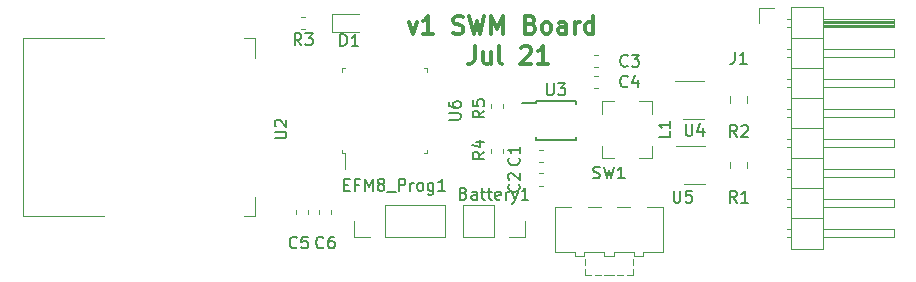
<source format=gbr>
%TF.GenerationSoftware,KiCad,Pcbnew,(5.1.6)-1*%
%TF.CreationDate,2021-08-02T23:36:40+08:00*%
%TF.ProjectId,wireless_measurement_ard,77697265-6c65-4737-935f-6d6561737572,rev?*%
%TF.SameCoordinates,Original*%
%TF.FileFunction,Legend,Top*%
%TF.FilePolarity,Positive*%
%FSLAX46Y46*%
G04 Gerber Fmt 4.6, Leading zero omitted, Abs format (unit mm)*
G04 Created by KiCad (PCBNEW (5.1.6)-1) date 2021-08-02 23:36:40*
%MOMM*%
%LPD*%
G01*
G04 APERTURE LIST*
%ADD10C,0.300000*%
%ADD11C,0.120000*%
%ADD12C,0.150000*%
G04 APERTURE END LIST*
D10*
X144285714Y-76653571D02*
X144642857Y-77653571D01*
X145000000Y-76653571D01*
X146357142Y-77653571D02*
X145500000Y-77653571D01*
X145928571Y-77653571D02*
X145928571Y-76153571D01*
X145785714Y-76367857D01*
X145642857Y-76510714D01*
X145500000Y-76582142D01*
X148071428Y-77582142D02*
X148285714Y-77653571D01*
X148642857Y-77653571D01*
X148785714Y-77582142D01*
X148857142Y-77510714D01*
X148928571Y-77367857D01*
X148928571Y-77225000D01*
X148857142Y-77082142D01*
X148785714Y-77010714D01*
X148642857Y-76939285D01*
X148357142Y-76867857D01*
X148214285Y-76796428D01*
X148142857Y-76725000D01*
X148071428Y-76582142D01*
X148071428Y-76439285D01*
X148142857Y-76296428D01*
X148214285Y-76225000D01*
X148357142Y-76153571D01*
X148714285Y-76153571D01*
X148928571Y-76225000D01*
X149428571Y-76153571D02*
X149785714Y-77653571D01*
X150071428Y-76582142D01*
X150357142Y-77653571D01*
X150714285Y-76153571D01*
X151285714Y-77653571D02*
X151285714Y-76153571D01*
X151785714Y-77225000D01*
X152285714Y-76153571D01*
X152285714Y-77653571D01*
X154642857Y-76867857D02*
X154857142Y-76939285D01*
X154928571Y-77010714D01*
X155000000Y-77153571D01*
X155000000Y-77367857D01*
X154928571Y-77510714D01*
X154857142Y-77582142D01*
X154714285Y-77653571D01*
X154142857Y-77653571D01*
X154142857Y-76153571D01*
X154642857Y-76153571D01*
X154785714Y-76225000D01*
X154857142Y-76296428D01*
X154928571Y-76439285D01*
X154928571Y-76582142D01*
X154857142Y-76725000D01*
X154785714Y-76796428D01*
X154642857Y-76867857D01*
X154142857Y-76867857D01*
X155857142Y-77653571D02*
X155714285Y-77582142D01*
X155642857Y-77510714D01*
X155571428Y-77367857D01*
X155571428Y-76939285D01*
X155642857Y-76796428D01*
X155714285Y-76725000D01*
X155857142Y-76653571D01*
X156071428Y-76653571D01*
X156214285Y-76725000D01*
X156285714Y-76796428D01*
X156357142Y-76939285D01*
X156357142Y-77367857D01*
X156285714Y-77510714D01*
X156214285Y-77582142D01*
X156071428Y-77653571D01*
X155857142Y-77653571D01*
X157642857Y-77653571D02*
X157642857Y-76867857D01*
X157571428Y-76725000D01*
X157428571Y-76653571D01*
X157142857Y-76653571D01*
X157000000Y-76725000D01*
X157642857Y-77582142D02*
X157500000Y-77653571D01*
X157142857Y-77653571D01*
X157000000Y-77582142D01*
X156928571Y-77439285D01*
X156928571Y-77296428D01*
X157000000Y-77153571D01*
X157142857Y-77082142D01*
X157500000Y-77082142D01*
X157642857Y-77010714D01*
X158357142Y-77653571D02*
X158357142Y-76653571D01*
X158357142Y-76939285D02*
X158428571Y-76796428D01*
X158500000Y-76725000D01*
X158642857Y-76653571D01*
X158785714Y-76653571D01*
X159928571Y-77653571D02*
X159928571Y-76153571D01*
X159928571Y-77582142D02*
X159785714Y-77653571D01*
X159500000Y-77653571D01*
X159357142Y-77582142D01*
X159285714Y-77510714D01*
X159214285Y-77367857D01*
X159214285Y-76939285D01*
X159285714Y-76796428D01*
X159357142Y-76725000D01*
X159500000Y-76653571D01*
X159785714Y-76653571D01*
X159928571Y-76725000D01*
X149892857Y-78703571D02*
X149892857Y-79775000D01*
X149821428Y-79989285D01*
X149678571Y-80132142D01*
X149464285Y-80203571D01*
X149321428Y-80203571D01*
X151250000Y-79203571D02*
X151250000Y-80203571D01*
X150607142Y-79203571D02*
X150607142Y-79989285D01*
X150678571Y-80132142D01*
X150821428Y-80203571D01*
X151035714Y-80203571D01*
X151178571Y-80132142D01*
X151250000Y-80060714D01*
X152178571Y-80203571D02*
X152035714Y-80132142D01*
X151964285Y-79989285D01*
X151964285Y-78703571D01*
X153821428Y-78846428D02*
X153892857Y-78775000D01*
X154035714Y-78703571D01*
X154392857Y-78703571D01*
X154535714Y-78775000D01*
X154607142Y-78846428D01*
X154678571Y-78989285D01*
X154678571Y-79132142D01*
X154607142Y-79346428D01*
X153750000Y-80203571D01*
X154678571Y-80203571D01*
X156107142Y-80203571D02*
X155250000Y-80203571D01*
X155678571Y-80203571D02*
X155678571Y-78703571D01*
X155535714Y-78917857D01*
X155392857Y-79060714D01*
X155250000Y-79132142D01*
D11*
%TO.C,SW1*%
X164450000Y-92350000D02*
X165850000Y-92350000D01*
X165850000Y-92350000D02*
X165850000Y-96150000D01*
X156650000Y-96150000D02*
X156650000Y-92350000D01*
X156650000Y-92350000D02*
X158050000Y-92350000D01*
X163050000Y-92350000D02*
X161950000Y-92350000D01*
X161950000Y-92350000D02*
X161950000Y-92350000D01*
X160550000Y-92350000D02*
X159450000Y-92350000D01*
X159450000Y-92350000D02*
X159450000Y-92350000D01*
X165850000Y-96150000D02*
X164150000Y-96150000D01*
X164150000Y-96150000D02*
X164150000Y-96450000D01*
X164150000Y-96450000D02*
X163350000Y-96450000D01*
X163350000Y-96450000D02*
X163350000Y-96150000D01*
X163350000Y-96150000D02*
X161650000Y-96150000D01*
X161650000Y-96150000D02*
X161650000Y-96450000D01*
X161650000Y-96450000D02*
X160850000Y-96450000D01*
X160850000Y-96450000D02*
X160850000Y-96150000D01*
X160850000Y-96150000D02*
X159150000Y-96150000D01*
X159150000Y-96150000D02*
X159150000Y-96450000D01*
X159150000Y-96450000D02*
X158350000Y-96450000D01*
X158350000Y-96450000D02*
X158350000Y-96150000D01*
X158350000Y-96150000D02*
X156650000Y-96150000D01*
X156650000Y-96150000D02*
X156650000Y-96150000D01*
X159250000Y-98050000D02*
X159250000Y-97550000D01*
X159250000Y-97550000D02*
X159250000Y-97550000D01*
X159250000Y-98050000D02*
X159750000Y-98050000D01*
X159750000Y-98050000D02*
X159750000Y-98050000D01*
X163250000Y-98050000D02*
X162750000Y-98050000D01*
X162750000Y-98050000D02*
X162750000Y-98050000D01*
X163250000Y-98050000D02*
X163250000Y-97550000D01*
X163250000Y-97550000D02*
X163250000Y-97550000D01*
X163250000Y-97250000D02*
X163250000Y-96750000D01*
X163250000Y-96750000D02*
X163250000Y-96750000D01*
X159250000Y-97250000D02*
X159250000Y-96750000D01*
X159250000Y-96750000D02*
X159250000Y-96750000D01*
X160050000Y-98050000D02*
X160550000Y-98050000D01*
X160550000Y-98050000D02*
X160550000Y-98050000D01*
X162450000Y-98050000D02*
X161950000Y-98050000D01*
X161950000Y-98050000D02*
X161950000Y-98050000D01*
X161650000Y-98050000D02*
X160850000Y-98050000D01*
X160850000Y-98050000D02*
X160850000Y-98050000D01*
D12*
%TO.C,U3*%
X155075000Y-83325000D02*
X155075000Y-83550000D01*
X158425000Y-83325000D02*
X158425000Y-83625000D01*
X158425000Y-86675000D02*
X158425000Y-86375000D01*
X155075000Y-86675000D02*
X155075000Y-86375000D01*
X155075000Y-83325000D02*
X158425000Y-83325000D01*
X155075000Y-86675000D02*
X158425000Y-86675000D01*
X155075000Y-83550000D02*
X153850000Y-83550000D01*
D11*
%TO.C,EFM8_Prog1*%
X147410000Y-94830000D02*
X147410000Y-92170000D01*
X142270000Y-94830000D02*
X147410000Y-94830000D01*
X142270000Y-92170000D02*
X147410000Y-92170000D01*
X142270000Y-94830000D02*
X142270000Y-92170000D01*
X141000000Y-94830000D02*
X139670000Y-94830000D01*
X139670000Y-94830000D02*
X139670000Y-93500000D01*
%TO.C,U6*%
X145860000Y-80865000D02*
X145860000Y-80565000D01*
X145860000Y-80565000D02*
X145560000Y-80565000D01*
X145860000Y-87485000D02*
X145860000Y-87785000D01*
X145860000Y-87785000D02*
X145560000Y-87785000D01*
X138640000Y-80865000D02*
X138640000Y-80565000D01*
X138640000Y-80565000D02*
X138940000Y-80565000D01*
X138640000Y-87485000D02*
X138640000Y-87785000D01*
X138640000Y-87785000D02*
X138940000Y-87785000D01*
X138940000Y-87785000D02*
X138940000Y-89100000D01*
%TO.C,C6*%
X137760000Y-92578733D02*
X137760000Y-92921267D01*
X136740000Y-92578733D02*
X136740000Y-92921267D01*
%TO.C,C5*%
X135760000Y-92578733D02*
X135760000Y-92921267D01*
X134740000Y-92578733D02*
X134740000Y-92921267D01*
%TO.C,R5*%
X152260000Y-83578733D02*
X152260000Y-83921267D01*
X151240000Y-83578733D02*
X151240000Y-83921267D01*
%TO.C,R4*%
X152260000Y-87453733D02*
X152260000Y-87796267D01*
X151240000Y-87453733D02*
X151240000Y-87796267D01*
%TO.C,L1*%
X164860000Y-83390000D02*
X163835000Y-83390000D01*
X164860000Y-83390000D02*
X164860000Y-84415000D01*
X164860000Y-88160000D02*
X164860000Y-87135000D01*
X164860000Y-88160000D02*
X163835000Y-88160000D01*
X160640000Y-88160000D02*
X161665000Y-88160000D01*
X160640000Y-83390000D02*
X161665000Y-83390000D01*
X160640000Y-88160000D02*
X160640000Y-87135000D01*
X160640000Y-83390000D02*
X160640000Y-84415000D01*
%TO.C,J1*%
X176690000Y-75420000D02*
X176690000Y-95860000D01*
X176690000Y-95860000D02*
X179350000Y-95860000D01*
X179350000Y-95860000D02*
X179350000Y-75420000D01*
X179350000Y-75420000D02*
X176690000Y-75420000D01*
X179350000Y-76370000D02*
X185350000Y-76370000D01*
X185350000Y-76370000D02*
X185350000Y-77130000D01*
X185350000Y-77130000D02*
X179350000Y-77130000D01*
X179350000Y-76430000D02*
X185350000Y-76430000D01*
X179350000Y-76550000D02*
X185350000Y-76550000D01*
X179350000Y-76670000D02*
X185350000Y-76670000D01*
X179350000Y-76790000D02*
X185350000Y-76790000D01*
X179350000Y-76910000D02*
X185350000Y-76910000D01*
X179350000Y-77030000D02*
X185350000Y-77030000D01*
X176360000Y-76370000D02*
X176690000Y-76370000D01*
X176360000Y-77130000D02*
X176690000Y-77130000D01*
X176690000Y-78020000D02*
X179350000Y-78020000D01*
X179350000Y-78910000D02*
X185350000Y-78910000D01*
X185350000Y-78910000D02*
X185350000Y-79670000D01*
X185350000Y-79670000D02*
X179350000Y-79670000D01*
X176292929Y-78910000D02*
X176690000Y-78910000D01*
X176292929Y-79670000D02*
X176690000Y-79670000D01*
X176690000Y-80560000D02*
X179350000Y-80560000D01*
X179350000Y-81450000D02*
X185350000Y-81450000D01*
X185350000Y-81450000D02*
X185350000Y-82210000D01*
X185350000Y-82210000D02*
X179350000Y-82210000D01*
X176292929Y-81450000D02*
X176690000Y-81450000D01*
X176292929Y-82210000D02*
X176690000Y-82210000D01*
X176690000Y-83100000D02*
X179350000Y-83100000D01*
X179350000Y-83990000D02*
X185350000Y-83990000D01*
X185350000Y-83990000D02*
X185350000Y-84750000D01*
X185350000Y-84750000D02*
X179350000Y-84750000D01*
X176292929Y-83990000D02*
X176690000Y-83990000D01*
X176292929Y-84750000D02*
X176690000Y-84750000D01*
X176690000Y-85640000D02*
X179350000Y-85640000D01*
X179350000Y-86530000D02*
X185350000Y-86530000D01*
X185350000Y-86530000D02*
X185350000Y-87290000D01*
X185350000Y-87290000D02*
X179350000Y-87290000D01*
X176292929Y-86530000D02*
X176690000Y-86530000D01*
X176292929Y-87290000D02*
X176690000Y-87290000D01*
X176690000Y-88180000D02*
X179350000Y-88180000D01*
X179350000Y-89070000D02*
X185350000Y-89070000D01*
X185350000Y-89070000D02*
X185350000Y-89830000D01*
X185350000Y-89830000D02*
X179350000Y-89830000D01*
X176292929Y-89070000D02*
X176690000Y-89070000D01*
X176292929Y-89830000D02*
X176690000Y-89830000D01*
X176690000Y-90720000D02*
X179350000Y-90720000D01*
X179350000Y-91610000D02*
X185350000Y-91610000D01*
X185350000Y-91610000D02*
X185350000Y-92370000D01*
X185350000Y-92370000D02*
X179350000Y-92370000D01*
X176292929Y-91610000D02*
X176690000Y-91610000D01*
X176292929Y-92370000D02*
X176690000Y-92370000D01*
X176690000Y-93260000D02*
X179350000Y-93260000D01*
X179350000Y-94150000D02*
X185350000Y-94150000D01*
X185350000Y-94150000D02*
X185350000Y-94910000D01*
X185350000Y-94910000D02*
X179350000Y-94910000D01*
X176292929Y-94150000D02*
X176690000Y-94150000D01*
X176292929Y-94910000D02*
X176690000Y-94910000D01*
X173980000Y-76750000D02*
X173980000Y-75480000D01*
X173980000Y-75480000D02*
X175250000Y-75480000D01*
%TO.C,C3*%
X160296267Y-80510000D02*
X159953733Y-80510000D01*
X160296267Y-79490000D02*
X159953733Y-79490000D01*
%TO.C,C2*%
X155328733Y-89490000D02*
X155671267Y-89490000D01*
X155328733Y-90510000D02*
X155671267Y-90510000D01*
%TO.C,Battery1*%
X151520000Y-92170000D02*
X151520000Y-94830000D01*
X151520000Y-92170000D02*
X148920000Y-92170000D01*
X148920000Y-92170000D02*
X148920000Y-94830000D01*
X151520000Y-94830000D02*
X148920000Y-94830000D01*
X154120000Y-94830000D02*
X152790000Y-94830000D01*
X154120000Y-93500000D02*
X154120000Y-94830000D01*
%TO.C,C4*%
X160296267Y-82260000D02*
X159953733Y-82260000D01*
X160296267Y-81240000D02*
X159953733Y-81240000D01*
%TO.C,C1*%
X155328733Y-87490000D02*
X155671267Y-87490000D01*
X155328733Y-88510000D02*
X155671267Y-88510000D01*
%TO.C,U5*%
X167600000Y-90360000D02*
X169400000Y-90360000D01*
X169400000Y-87140000D02*
X166950000Y-87140000D01*
%TO.C,U4*%
X167500000Y-84910000D02*
X169300000Y-84910000D01*
X169300000Y-81690000D02*
X166850000Y-81690000D01*
%TO.C,U2*%
X131322800Y-78042600D02*
X130362800Y-78042600D01*
X131322800Y-79672600D02*
X131322800Y-78042600D01*
X131322800Y-93102600D02*
X131322800Y-91472600D01*
X130362800Y-93102600D02*
X131322800Y-93102600D01*
X111602800Y-78042600D02*
X118462800Y-78042600D01*
X111602800Y-93102600D02*
X111602800Y-78042600D01*
X118462800Y-93102600D02*
X111602800Y-93102600D01*
%TO.C,R2*%
X172960000Y-82963748D02*
X172960000Y-83486252D01*
X171540000Y-82963748D02*
X171540000Y-83486252D01*
%TO.C,R1*%
X172960000Y-88488748D02*
X172960000Y-89011252D01*
X171540000Y-88488748D02*
X171540000Y-89011252D01*
%TO.C,D1*%
X140087500Y-76015000D02*
X137802500Y-76015000D01*
X137802500Y-76015000D02*
X137802500Y-77485000D01*
X137802500Y-77485000D02*
X140087500Y-77485000D01*
%TO.C,R3*%
X135546267Y-77260000D02*
X135203733Y-77260000D01*
X135546267Y-76240000D02*
X135203733Y-76240000D01*
%TO.C,SW1*%
D12*
X159916666Y-89854761D02*
X160059523Y-89902380D01*
X160297619Y-89902380D01*
X160392857Y-89854761D01*
X160440476Y-89807142D01*
X160488095Y-89711904D01*
X160488095Y-89616666D01*
X160440476Y-89521428D01*
X160392857Y-89473809D01*
X160297619Y-89426190D01*
X160107142Y-89378571D01*
X160011904Y-89330952D01*
X159964285Y-89283333D01*
X159916666Y-89188095D01*
X159916666Y-89092857D01*
X159964285Y-88997619D01*
X160011904Y-88950000D01*
X160107142Y-88902380D01*
X160345238Y-88902380D01*
X160488095Y-88950000D01*
X160821428Y-88902380D02*
X161059523Y-89902380D01*
X161250000Y-89188095D01*
X161440476Y-89902380D01*
X161678571Y-88902380D01*
X162583333Y-89902380D02*
X162011904Y-89902380D01*
X162297619Y-89902380D02*
X162297619Y-88902380D01*
X162202380Y-89045238D01*
X162107142Y-89140476D01*
X162011904Y-89188095D01*
%TO.C,U3*%
X155988095Y-81852380D02*
X155988095Y-82661904D01*
X156035714Y-82757142D01*
X156083333Y-82804761D01*
X156178571Y-82852380D01*
X156369047Y-82852380D01*
X156464285Y-82804761D01*
X156511904Y-82757142D01*
X156559523Y-82661904D01*
X156559523Y-81852380D01*
X156940476Y-81852380D02*
X157559523Y-81852380D01*
X157226190Y-82233333D01*
X157369047Y-82233333D01*
X157464285Y-82280952D01*
X157511904Y-82328571D01*
X157559523Y-82423809D01*
X157559523Y-82661904D01*
X157511904Y-82757142D01*
X157464285Y-82804761D01*
X157369047Y-82852380D01*
X157083333Y-82852380D01*
X156988095Y-82804761D01*
X156940476Y-82757142D01*
%TO.C,EFM8_Prog1*%
X138818095Y-90428571D02*
X139151428Y-90428571D01*
X139294285Y-90952380D02*
X138818095Y-90952380D01*
X138818095Y-89952380D01*
X139294285Y-89952380D01*
X140056190Y-90428571D02*
X139722857Y-90428571D01*
X139722857Y-90952380D02*
X139722857Y-89952380D01*
X140199047Y-89952380D01*
X140580000Y-90952380D02*
X140580000Y-89952380D01*
X140913333Y-90666666D01*
X141246666Y-89952380D01*
X141246666Y-90952380D01*
X141865714Y-90380952D02*
X141770476Y-90333333D01*
X141722857Y-90285714D01*
X141675238Y-90190476D01*
X141675238Y-90142857D01*
X141722857Y-90047619D01*
X141770476Y-90000000D01*
X141865714Y-89952380D01*
X142056190Y-89952380D01*
X142151428Y-90000000D01*
X142199047Y-90047619D01*
X142246666Y-90142857D01*
X142246666Y-90190476D01*
X142199047Y-90285714D01*
X142151428Y-90333333D01*
X142056190Y-90380952D01*
X141865714Y-90380952D01*
X141770476Y-90428571D01*
X141722857Y-90476190D01*
X141675238Y-90571428D01*
X141675238Y-90761904D01*
X141722857Y-90857142D01*
X141770476Y-90904761D01*
X141865714Y-90952380D01*
X142056190Y-90952380D01*
X142151428Y-90904761D01*
X142199047Y-90857142D01*
X142246666Y-90761904D01*
X142246666Y-90571428D01*
X142199047Y-90476190D01*
X142151428Y-90428571D01*
X142056190Y-90380952D01*
X142437142Y-91047619D02*
X143199047Y-91047619D01*
X143437142Y-90952380D02*
X143437142Y-89952380D01*
X143818095Y-89952380D01*
X143913333Y-90000000D01*
X143960952Y-90047619D01*
X144008571Y-90142857D01*
X144008571Y-90285714D01*
X143960952Y-90380952D01*
X143913333Y-90428571D01*
X143818095Y-90476190D01*
X143437142Y-90476190D01*
X144437142Y-90952380D02*
X144437142Y-90285714D01*
X144437142Y-90476190D02*
X144484761Y-90380952D01*
X144532380Y-90333333D01*
X144627619Y-90285714D01*
X144722857Y-90285714D01*
X145199047Y-90952380D02*
X145103809Y-90904761D01*
X145056190Y-90857142D01*
X145008571Y-90761904D01*
X145008571Y-90476190D01*
X145056190Y-90380952D01*
X145103809Y-90333333D01*
X145199047Y-90285714D01*
X145341904Y-90285714D01*
X145437142Y-90333333D01*
X145484761Y-90380952D01*
X145532380Y-90476190D01*
X145532380Y-90761904D01*
X145484761Y-90857142D01*
X145437142Y-90904761D01*
X145341904Y-90952380D01*
X145199047Y-90952380D01*
X146389523Y-90285714D02*
X146389523Y-91095238D01*
X146341904Y-91190476D01*
X146294285Y-91238095D01*
X146199047Y-91285714D01*
X146056190Y-91285714D01*
X145960952Y-91238095D01*
X146389523Y-90904761D02*
X146294285Y-90952380D01*
X146103809Y-90952380D01*
X146008571Y-90904761D01*
X145960952Y-90857142D01*
X145913333Y-90761904D01*
X145913333Y-90476190D01*
X145960952Y-90380952D01*
X146008571Y-90333333D01*
X146103809Y-90285714D01*
X146294285Y-90285714D01*
X146389523Y-90333333D01*
X147389523Y-90952380D02*
X146818095Y-90952380D01*
X147103809Y-90952380D02*
X147103809Y-89952380D01*
X147008571Y-90095238D01*
X146913333Y-90190476D01*
X146818095Y-90238095D01*
%TO.C,U6*%
X147702380Y-84936904D02*
X148511904Y-84936904D01*
X148607142Y-84889285D01*
X148654761Y-84841666D01*
X148702380Y-84746428D01*
X148702380Y-84555952D01*
X148654761Y-84460714D01*
X148607142Y-84413095D01*
X148511904Y-84365476D01*
X147702380Y-84365476D01*
X147702380Y-83460714D02*
X147702380Y-83651190D01*
X147750000Y-83746428D01*
X147797619Y-83794047D01*
X147940476Y-83889285D01*
X148130952Y-83936904D01*
X148511904Y-83936904D01*
X148607142Y-83889285D01*
X148654761Y-83841666D01*
X148702380Y-83746428D01*
X148702380Y-83555952D01*
X148654761Y-83460714D01*
X148607142Y-83413095D01*
X148511904Y-83365476D01*
X148273809Y-83365476D01*
X148178571Y-83413095D01*
X148130952Y-83460714D01*
X148083333Y-83555952D01*
X148083333Y-83746428D01*
X148130952Y-83841666D01*
X148178571Y-83889285D01*
X148273809Y-83936904D01*
%TO.C,C6*%
X137083333Y-95732142D02*
X137035714Y-95779761D01*
X136892857Y-95827380D01*
X136797619Y-95827380D01*
X136654761Y-95779761D01*
X136559523Y-95684523D01*
X136511904Y-95589285D01*
X136464285Y-95398809D01*
X136464285Y-95255952D01*
X136511904Y-95065476D01*
X136559523Y-94970238D01*
X136654761Y-94875000D01*
X136797619Y-94827380D01*
X136892857Y-94827380D01*
X137035714Y-94875000D01*
X137083333Y-94922619D01*
X137940476Y-94827380D02*
X137750000Y-94827380D01*
X137654761Y-94875000D01*
X137607142Y-94922619D01*
X137511904Y-95065476D01*
X137464285Y-95255952D01*
X137464285Y-95636904D01*
X137511904Y-95732142D01*
X137559523Y-95779761D01*
X137654761Y-95827380D01*
X137845238Y-95827380D01*
X137940476Y-95779761D01*
X137988095Y-95732142D01*
X138035714Y-95636904D01*
X138035714Y-95398809D01*
X137988095Y-95303571D01*
X137940476Y-95255952D01*
X137845238Y-95208333D01*
X137654761Y-95208333D01*
X137559523Y-95255952D01*
X137511904Y-95303571D01*
X137464285Y-95398809D01*
%TO.C,C5*%
X134833333Y-95732142D02*
X134785714Y-95779761D01*
X134642857Y-95827380D01*
X134547619Y-95827380D01*
X134404761Y-95779761D01*
X134309523Y-95684523D01*
X134261904Y-95589285D01*
X134214285Y-95398809D01*
X134214285Y-95255952D01*
X134261904Y-95065476D01*
X134309523Y-94970238D01*
X134404761Y-94875000D01*
X134547619Y-94827380D01*
X134642857Y-94827380D01*
X134785714Y-94875000D01*
X134833333Y-94922619D01*
X135738095Y-94827380D02*
X135261904Y-94827380D01*
X135214285Y-95303571D01*
X135261904Y-95255952D01*
X135357142Y-95208333D01*
X135595238Y-95208333D01*
X135690476Y-95255952D01*
X135738095Y-95303571D01*
X135785714Y-95398809D01*
X135785714Y-95636904D01*
X135738095Y-95732142D01*
X135690476Y-95779761D01*
X135595238Y-95827380D01*
X135357142Y-95827380D01*
X135261904Y-95779761D01*
X135214285Y-95732142D01*
%TO.C,R5*%
X150702380Y-84166666D02*
X150226190Y-84500000D01*
X150702380Y-84738095D02*
X149702380Y-84738095D01*
X149702380Y-84357142D01*
X149750000Y-84261904D01*
X149797619Y-84214285D01*
X149892857Y-84166666D01*
X150035714Y-84166666D01*
X150130952Y-84214285D01*
X150178571Y-84261904D01*
X150226190Y-84357142D01*
X150226190Y-84738095D01*
X149702380Y-83261904D02*
X149702380Y-83738095D01*
X150178571Y-83785714D01*
X150130952Y-83738095D01*
X150083333Y-83642857D01*
X150083333Y-83404761D01*
X150130952Y-83309523D01*
X150178571Y-83261904D01*
X150273809Y-83214285D01*
X150511904Y-83214285D01*
X150607142Y-83261904D01*
X150654761Y-83309523D01*
X150702380Y-83404761D01*
X150702380Y-83642857D01*
X150654761Y-83738095D01*
X150607142Y-83785714D01*
%TO.C,R4*%
X150702380Y-87666666D02*
X150226190Y-88000000D01*
X150702380Y-88238095D02*
X149702380Y-88238095D01*
X149702380Y-87857142D01*
X149750000Y-87761904D01*
X149797619Y-87714285D01*
X149892857Y-87666666D01*
X150035714Y-87666666D01*
X150130952Y-87714285D01*
X150178571Y-87761904D01*
X150226190Y-87857142D01*
X150226190Y-88238095D01*
X150035714Y-86809523D02*
X150702380Y-86809523D01*
X149654761Y-87047619D02*
X150369047Y-87285714D01*
X150369047Y-86666666D01*
%TO.C,L1*%
X166452380Y-85916666D02*
X166452380Y-86392857D01*
X165452380Y-86392857D01*
X166452380Y-85059523D02*
X166452380Y-85630952D01*
X166452380Y-85345238D02*
X165452380Y-85345238D01*
X165595238Y-85440476D01*
X165690476Y-85535714D01*
X165738095Y-85630952D01*
%TO.C,J1*%
X171916666Y-79202380D02*
X171916666Y-79916666D01*
X171869047Y-80059523D01*
X171773809Y-80154761D01*
X171630952Y-80202380D01*
X171535714Y-80202380D01*
X172916666Y-80202380D02*
X172345238Y-80202380D01*
X172630952Y-80202380D02*
X172630952Y-79202380D01*
X172535714Y-79345238D01*
X172440476Y-79440476D01*
X172345238Y-79488095D01*
%TO.C,C3*%
X162833333Y-80357142D02*
X162785714Y-80404761D01*
X162642857Y-80452380D01*
X162547619Y-80452380D01*
X162404761Y-80404761D01*
X162309523Y-80309523D01*
X162261904Y-80214285D01*
X162214285Y-80023809D01*
X162214285Y-79880952D01*
X162261904Y-79690476D01*
X162309523Y-79595238D01*
X162404761Y-79500000D01*
X162547619Y-79452380D01*
X162642857Y-79452380D01*
X162785714Y-79500000D01*
X162833333Y-79547619D01*
X163166666Y-79452380D02*
X163785714Y-79452380D01*
X163452380Y-79833333D01*
X163595238Y-79833333D01*
X163690476Y-79880952D01*
X163738095Y-79928571D01*
X163785714Y-80023809D01*
X163785714Y-80261904D01*
X163738095Y-80357142D01*
X163690476Y-80404761D01*
X163595238Y-80452380D01*
X163309523Y-80452380D01*
X163214285Y-80404761D01*
X163166666Y-80357142D01*
%TO.C,C2*%
X153607142Y-90416666D02*
X153654761Y-90464285D01*
X153702380Y-90607142D01*
X153702380Y-90702380D01*
X153654761Y-90845238D01*
X153559523Y-90940476D01*
X153464285Y-90988095D01*
X153273809Y-91035714D01*
X153130952Y-91035714D01*
X152940476Y-90988095D01*
X152845238Y-90940476D01*
X152750000Y-90845238D01*
X152702380Y-90702380D01*
X152702380Y-90607142D01*
X152750000Y-90464285D01*
X152797619Y-90416666D01*
X152797619Y-90035714D02*
X152750000Y-89988095D01*
X152702380Y-89892857D01*
X152702380Y-89654761D01*
X152750000Y-89559523D01*
X152797619Y-89511904D01*
X152892857Y-89464285D01*
X152988095Y-89464285D01*
X153130952Y-89511904D01*
X153702380Y-90083333D01*
X153702380Y-89464285D01*
%TO.C,Battery1*%
X148952380Y-91178571D02*
X149095238Y-91226190D01*
X149142857Y-91273809D01*
X149190476Y-91369047D01*
X149190476Y-91511904D01*
X149142857Y-91607142D01*
X149095238Y-91654761D01*
X149000000Y-91702380D01*
X148619047Y-91702380D01*
X148619047Y-90702380D01*
X148952380Y-90702380D01*
X149047619Y-90750000D01*
X149095238Y-90797619D01*
X149142857Y-90892857D01*
X149142857Y-90988095D01*
X149095238Y-91083333D01*
X149047619Y-91130952D01*
X148952380Y-91178571D01*
X148619047Y-91178571D01*
X150047619Y-91702380D02*
X150047619Y-91178571D01*
X150000000Y-91083333D01*
X149904761Y-91035714D01*
X149714285Y-91035714D01*
X149619047Y-91083333D01*
X150047619Y-91654761D02*
X149952380Y-91702380D01*
X149714285Y-91702380D01*
X149619047Y-91654761D01*
X149571428Y-91559523D01*
X149571428Y-91464285D01*
X149619047Y-91369047D01*
X149714285Y-91321428D01*
X149952380Y-91321428D01*
X150047619Y-91273809D01*
X150380952Y-91035714D02*
X150761904Y-91035714D01*
X150523809Y-90702380D02*
X150523809Y-91559523D01*
X150571428Y-91654761D01*
X150666666Y-91702380D01*
X150761904Y-91702380D01*
X150952380Y-91035714D02*
X151333333Y-91035714D01*
X151095238Y-90702380D02*
X151095238Y-91559523D01*
X151142857Y-91654761D01*
X151238095Y-91702380D01*
X151333333Y-91702380D01*
X152047619Y-91654761D02*
X151952380Y-91702380D01*
X151761904Y-91702380D01*
X151666666Y-91654761D01*
X151619047Y-91559523D01*
X151619047Y-91178571D01*
X151666666Y-91083333D01*
X151761904Y-91035714D01*
X151952380Y-91035714D01*
X152047619Y-91083333D01*
X152095238Y-91178571D01*
X152095238Y-91273809D01*
X151619047Y-91369047D01*
X152523809Y-91702380D02*
X152523809Y-91035714D01*
X152523809Y-91226190D02*
X152571428Y-91130952D01*
X152619047Y-91083333D01*
X152714285Y-91035714D01*
X152809523Y-91035714D01*
X153047619Y-91035714D02*
X153285714Y-91702380D01*
X153523809Y-91035714D02*
X153285714Y-91702380D01*
X153190476Y-91940476D01*
X153142857Y-91988095D01*
X153047619Y-92035714D01*
X154428571Y-91702380D02*
X153857142Y-91702380D01*
X154142857Y-91702380D02*
X154142857Y-90702380D01*
X154047619Y-90845238D01*
X153952380Y-90940476D01*
X153857142Y-90988095D01*
%TO.C,C4*%
X162833333Y-82107142D02*
X162785714Y-82154761D01*
X162642857Y-82202380D01*
X162547619Y-82202380D01*
X162404761Y-82154761D01*
X162309523Y-82059523D01*
X162261904Y-81964285D01*
X162214285Y-81773809D01*
X162214285Y-81630952D01*
X162261904Y-81440476D01*
X162309523Y-81345238D01*
X162404761Y-81250000D01*
X162547619Y-81202380D01*
X162642857Y-81202380D01*
X162785714Y-81250000D01*
X162833333Y-81297619D01*
X163690476Y-81535714D02*
X163690476Y-82202380D01*
X163452380Y-81154761D02*
X163214285Y-81869047D01*
X163833333Y-81869047D01*
%TO.C,C1*%
X153607142Y-88166666D02*
X153654761Y-88214285D01*
X153702380Y-88357142D01*
X153702380Y-88452380D01*
X153654761Y-88595238D01*
X153559523Y-88690476D01*
X153464285Y-88738095D01*
X153273809Y-88785714D01*
X153130952Y-88785714D01*
X152940476Y-88738095D01*
X152845238Y-88690476D01*
X152750000Y-88595238D01*
X152702380Y-88452380D01*
X152702380Y-88357142D01*
X152750000Y-88214285D01*
X152797619Y-88166666D01*
X153702380Y-87214285D02*
X153702380Y-87785714D01*
X153702380Y-87500000D02*
X152702380Y-87500000D01*
X152845238Y-87595238D01*
X152940476Y-87690476D01*
X152988095Y-87785714D01*
%TO.C,U5*%
X166738095Y-90952380D02*
X166738095Y-91761904D01*
X166785714Y-91857142D01*
X166833333Y-91904761D01*
X166928571Y-91952380D01*
X167119047Y-91952380D01*
X167214285Y-91904761D01*
X167261904Y-91857142D01*
X167309523Y-91761904D01*
X167309523Y-90952380D01*
X168261904Y-90952380D02*
X167785714Y-90952380D01*
X167738095Y-91428571D01*
X167785714Y-91380952D01*
X167880952Y-91333333D01*
X168119047Y-91333333D01*
X168214285Y-91380952D01*
X168261904Y-91428571D01*
X168309523Y-91523809D01*
X168309523Y-91761904D01*
X168261904Y-91857142D01*
X168214285Y-91904761D01*
X168119047Y-91952380D01*
X167880952Y-91952380D01*
X167785714Y-91904761D01*
X167738095Y-91857142D01*
%TO.C,U4*%
X167738095Y-85302380D02*
X167738095Y-86111904D01*
X167785714Y-86207142D01*
X167833333Y-86254761D01*
X167928571Y-86302380D01*
X168119047Y-86302380D01*
X168214285Y-86254761D01*
X168261904Y-86207142D01*
X168309523Y-86111904D01*
X168309523Y-85302380D01*
X169214285Y-85635714D02*
X169214285Y-86302380D01*
X168976190Y-85254761D02*
X168738095Y-85969047D01*
X169357142Y-85969047D01*
%TO.C,U2*%
X132952380Y-86511904D02*
X133761904Y-86511904D01*
X133857142Y-86464285D01*
X133904761Y-86416666D01*
X133952380Y-86321428D01*
X133952380Y-86130952D01*
X133904761Y-86035714D01*
X133857142Y-85988095D01*
X133761904Y-85940476D01*
X132952380Y-85940476D01*
X133047619Y-85511904D02*
X133000000Y-85464285D01*
X132952380Y-85369047D01*
X132952380Y-85130952D01*
X133000000Y-85035714D01*
X133047619Y-84988095D01*
X133142857Y-84940476D01*
X133238095Y-84940476D01*
X133380952Y-84988095D01*
X133952380Y-85559523D01*
X133952380Y-84940476D01*
%TO.C,R2*%
X172083333Y-86402380D02*
X171750000Y-85926190D01*
X171511904Y-86402380D02*
X171511904Y-85402380D01*
X171892857Y-85402380D01*
X171988095Y-85450000D01*
X172035714Y-85497619D01*
X172083333Y-85592857D01*
X172083333Y-85735714D01*
X172035714Y-85830952D01*
X171988095Y-85878571D01*
X171892857Y-85926190D01*
X171511904Y-85926190D01*
X172464285Y-85497619D02*
X172511904Y-85450000D01*
X172607142Y-85402380D01*
X172845238Y-85402380D01*
X172940476Y-85450000D01*
X172988095Y-85497619D01*
X173035714Y-85592857D01*
X173035714Y-85688095D01*
X172988095Y-85830952D01*
X172416666Y-86402380D01*
X173035714Y-86402380D01*
%TO.C,R1*%
X172083333Y-91952380D02*
X171750000Y-91476190D01*
X171511904Y-91952380D02*
X171511904Y-90952380D01*
X171892857Y-90952380D01*
X171988095Y-91000000D01*
X172035714Y-91047619D01*
X172083333Y-91142857D01*
X172083333Y-91285714D01*
X172035714Y-91380952D01*
X171988095Y-91428571D01*
X171892857Y-91476190D01*
X171511904Y-91476190D01*
X173035714Y-91952380D02*
X172464285Y-91952380D01*
X172750000Y-91952380D02*
X172750000Y-90952380D01*
X172654761Y-91095238D01*
X172559523Y-91190476D01*
X172464285Y-91238095D01*
%TO.C,D1*%
X138511904Y-78702380D02*
X138511904Y-77702380D01*
X138750000Y-77702380D01*
X138892857Y-77750000D01*
X138988095Y-77845238D01*
X139035714Y-77940476D01*
X139083333Y-78130952D01*
X139083333Y-78273809D01*
X139035714Y-78464285D01*
X138988095Y-78559523D01*
X138892857Y-78654761D01*
X138750000Y-78702380D01*
X138511904Y-78702380D01*
X140035714Y-78702380D02*
X139464285Y-78702380D01*
X139750000Y-78702380D02*
X139750000Y-77702380D01*
X139654761Y-77845238D01*
X139559523Y-77940476D01*
X139464285Y-77988095D01*
%TO.C,R3*%
X135208333Y-78632380D02*
X134875000Y-78156190D01*
X134636904Y-78632380D02*
X134636904Y-77632380D01*
X135017857Y-77632380D01*
X135113095Y-77680000D01*
X135160714Y-77727619D01*
X135208333Y-77822857D01*
X135208333Y-77965714D01*
X135160714Y-78060952D01*
X135113095Y-78108571D01*
X135017857Y-78156190D01*
X134636904Y-78156190D01*
X135541666Y-77632380D02*
X136160714Y-77632380D01*
X135827380Y-78013333D01*
X135970238Y-78013333D01*
X136065476Y-78060952D01*
X136113095Y-78108571D01*
X136160714Y-78203809D01*
X136160714Y-78441904D01*
X136113095Y-78537142D01*
X136065476Y-78584761D01*
X135970238Y-78632380D01*
X135684523Y-78632380D01*
X135589285Y-78584761D01*
X135541666Y-78537142D01*
%TD*%
M02*

</source>
